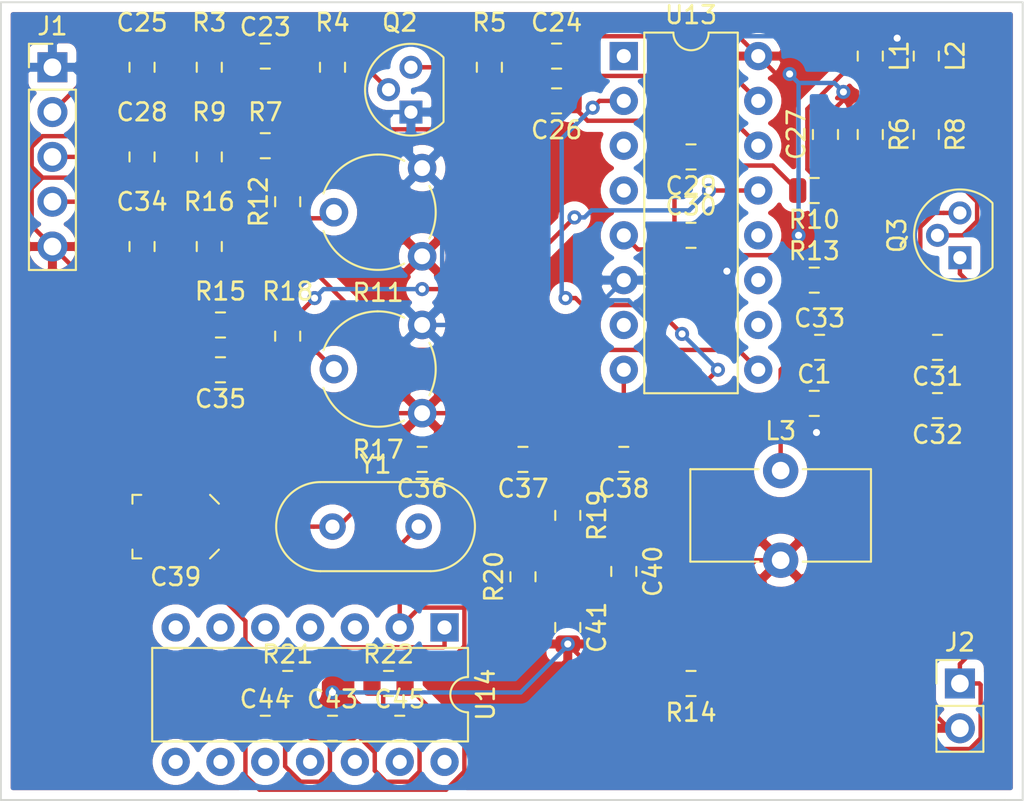
<source format=kicad_pcb>
(kicad_pcb (version 20171130) (host pcbnew "(5.1.5-0-10_14)")
  (layers (0 F.Cu signal) (31 B.Cu signal) (34 B.Paste user) (35 F.Paste user) (36 B.SilkS user) (37 F.SilkS user) (38 B.Mask user) (39 F.Mask user) (44 Edge.Cuts user))
  (net 0 "")
  (net 1 GND)
  (net 2 +5V)
  (net 3 "Net-(C23-Pad2)")
  (net 4 "Net-(C23-Pad1)")
  (net 5 "Net-(C24-Pad2)")
  (net 6 "Net-(C24-Pad1)")
  (net 7 "Net-(C26-Pad1)")
  (net 8 "Net-(C27-Pad1)")
  (net 9 "Net-(C28-Pad1)")
  (net 10 "Net-(C29-Pad2)")
  (net 11 "Net-(C29-Pad1)")
  (net 12 "Net-(C30-Pad2)")
  (net 13 "Net-(C31-Pad1)")
  (net 14 "Net-(C34-Pad1)")
  (net 15 "Net-(C35-Pad1)")
  (net 16 "Net-(C36-Pad2)")
  (net 17 "Net-(C36-Pad1)")
  (net 18 "Net-(C37-Pad1)")
  (net 19 "Net-(C38-Pad1)")
  (net 20 "Net-(C39-Pad2)")
  (net 21 "Net-(C40-Pad2)")
  (net 22 "Net-(C40-Pad1)")
  (net 23 "Net-(C44-Pad1)")
  (net 24 "Net-(C45-Pad1)")
  (net 25 "Net-(J2-Pad1)")
  (net 26 "Net-(Q3-Pad2)")
  (net 27 "Net-(R12-Pad2)")
  (net 28 "Net-(U13-Pad7)")
  (net 29 "Net-(U13-Pad4)")
  (net 30 "Net-(R11-Pad2)")
  (net 31 "Net-(R17-Pad2)")
  (module Package_DIP:DIP-16_W7.62mm (layer F.Cu) (at 146.05 76.2)
    (fp_text reference U13 (at 3.81 -2.33) (layer F.SilkS))
    (fp_text value TBA520)
    (pad 16 thru_hole oval (at 7.62 0) (size 1.6 1.6) (drill 0.8) (layers *.Cu *.Mask) (net 1 GND))
    (pad 8 thru_hole oval (at 0 17.78) (size 1.6 1.6) (drill 0.8) (layers *.Cu *.Mask) (net 22 "Net-(C40-Pad1)"))
    (pad 15 thru_hole oval (at 7.62 2.54) (size 1.6 1.6) (drill 0.8) (layers *.Cu *.Mask) (net 6 "Net-(C24-Pad1)"))
    (pad 7 thru_hole oval (at 0 15.24) (size 1.6 1.6) (drill 0.8) (layers *.Cu *.Mask) (net 28 "Net-(U13-Pad7)"))
    (pad 14 thru_hole oval (at 7.62 5.08) (size 1.6 1.6) (drill 0.8) (layers *.Cu *.Mask) (net 7 "Net-(C26-Pad1)"))
    (pad 6 thru_hole oval (at 0 12.7) (size 1.6 1.6) (drill 0.8) (layers *.Cu *.Mask) (net 2 +5V))
    (pad 13 thru_hole oval (at 7.62 7.62) (size 1.6 1.6) (drill 0.8) (layers *.Cu *.Mask) (net 15 "Net-(C35-Pad1)"))
    (pad 5 thru_hole oval (at 0 10.16) (size 1.6 1.6) (drill 0.8) (layers *.Cu *.Mask) (net 10 "Net-(C29-Pad2)"))
    (pad 12 thru_hole oval (at 7.62 10.16) (size 1.6 1.6) (drill 0.8) (layers *.Cu *.Mask))
    (pad 4 thru_hole oval (at 0 7.62) (size 1.6 1.6) (drill 0.8) (layers *.Cu *.Mask) (net 29 "Net-(U13-Pad4)"))
    (pad 11 thru_hole oval (at 7.62 12.7) (size 1.6 1.6) (drill 0.8) (layers *.Cu *.Mask))
    (pad 3 thru_hole oval (at 0 5.08) (size 1.6 1.6) (drill 0.8) (layers *.Cu *.Mask))
    (pad 10 thru_hole oval (at 7.62 15.24) (size 1.6 1.6) (drill 0.8) (layers *.Cu *.Mask))
    (pad 2 thru_hole oval (at 0 2.54) (size 1.6 1.6) (drill 0.8) (layers *.Cu *.Mask) (net 19 "Net-(C38-Pad1)"))
    (pad 9 thru_hole oval (at 7.62 17.78) (size 1.6 1.6) (drill 0.8) (layers *.Cu *.Mask) (net 27 "Net-(R12-Pad2)"))
    (pad 1 thru_hole rect (at 0 0) (size 1.6 1.6) (drill 0.8) (layers *.Cu *.Mask))
  )
  (module Connector_PinHeader_2.54mm:PinHeader_1x02_P2.54mm_Vertical (layer F.Cu) (at 165.1 111.76)
    (fp_text reference J2 (at 0 -2.33) (layer F.SilkS))
    (fp_text value "Composite Video")
    (pad 2 thru_hole oval (at 0 2.54) (size 1.7 1.7) (drill 1) (layers *.Cu *.Mask) (net 1 GND))
    (pad 1 thru_hole rect (at 0 0) (size 1.7 1.7) (drill 1) (layers *.Cu *.Mask) (net 25 "Net-(J2-Pad1)"))
  )
  (module Capacitor_SMD:C_Trimmer_Murata_TZC3 (layer F.Cu) (at 120.65 102.87 180)
    (fp_text reference C39 (at 0 -2.85) (layer F.SilkS))
    (fp_text value 6-50pF)
    (pad 2 smd rect (at 2.075 0 180) (size 0.85 1) (layers F.Cu F.Paste F.Mask) (net 20 "Net-(C39-Pad2)"))
    (pad 1 smd rect (at -2.075 0 180) (size 0.85 1) (layers F.Cu F.Paste F.Mask) (net 16 "Net-(C36-Pad2)"))
  )
  (module Inductor_THT:L_Toroid_Vertical_L10.0mm_W5.0mm_P5.08mm (layer F.Cu) (at 154.94 99.695)
    (fp_text reference L3 (at 0 -2.25) (layer F.SilkS))
    (fp_text value 1.35-2.25µH)
    (pad 2 thru_hole circle (at 0 5.08) (size 2 2) (drill 1) (layers *.Cu *.Mask) (net 1 GND))
    (pad 1 thru_hole circle (at 0 0) (size 2 2) (drill 1) (layers *.Cu *.Mask) (net 12 "Net-(C30-Pad2)"))
  )
  (module Package_TO_SOT_THT:TO-92 (layer F.Cu) (at 133.985 79.375 90)
    (fp_text reference Q2 (at 5.08 -0.635) (layer F.SilkS))
    (fp_text value 9015)
    (pad 1 thru_hole rect (at 0 0 180) (size 1.3 1.3) (drill 0.75) (layers *.Cu *.Mask) (net 2 +5V))
    (pad 3 thru_hole circle (at 2.54 0 180) (size 1.3 1.3) (drill 0.75) (layers *.Cu *.Mask) (net 5 "Net-(C24-Pad2)"))
    (pad 2 thru_hole circle (at 1.27 -1.27 180) (size 1.3 1.3) (drill 0.75) (layers *.Cu *.Mask) (net 3 "Net-(C23-Pad2)"))
  )
  (module Potentiometer_THT:Potentiometer_Piher_PT-6-V_Vertical (layer F.Cu) (at 134.62 91.44 180)
    (fp_text reference R17 (at 2.5 -7.06) (layer F.SilkS))
    (fp_text value 10k)
    (pad 1 thru_hole circle (at 0 0 180) (size 1.62 1.62) (drill 0.9) (layers *.Cu *.Mask) (net 2 +5V))
    (pad 2 thru_hole circle (at 5 -2.5 180) (size 1.62 1.62) (drill 0.9) (layers *.Cu *.Mask) (net 31 "Net-(R17-Pad2)"))
    (pad 3 thru_hole circle (at 0 -5 180) (size 1.62 1.62) (drill 0.9) (layers *.Cu *.Mask) (net 1 GND))
  )
  (module Potentiometer_THT:Potentiometer_Piher_PT-6-V_Vertical (layer F.Cu) (at 134.62 82.55 180)
    (fp_text reference R11 (at 2.5 -7.06) (layer F.SilkS))
    (fp_text value 10k)
    (pad 1 thru_hole circle (at 0 0 180) (size 1.62 1.62) (drill 0.9) (layers *.Cu *.Mask) (net 2 +5V))
    (pad 2 thru_hole circle (at 5 -2.5 180) (size 1.62 1.62) (drill 0.9) (layers *.Cu *.Mask) (net 30 "Net-(R11-Pad2)"))
    (pad 3 thru_hole circle (at 0 -5 180) (size 1.62 1.62) (drill 0.9) (layers *.Cu *.Mask) (net 1 GND))
  )
  (module Connector_PinHeader_2.54mm:PinHeader_1x05_P2.54mm_Vertical (layer F.Cu) (at 113.665 76.835)
    (fp_text reference J1 (at 0 -2.33) (layer F.SilkS))
    (fp_text value Input)
    (pad 5 thru_hole oval (at 0 10.16) (size 1.7 1.7) (drill 1) (layers *.Cu *.Mask) (net 1 GND))
    (pad 4 thru_hole oval (at 0 7.62) (size 1.7 1.7) (drill 1) (layers *.Cu *.Mask) (net 14 "Net-(C34-Pad1)"))
    (pad 3 thru_hole oval (at 0 5.08) (size 1.7 1.7) (drill 1) (layers *.Cu *.Mask) (net 9 "Net-(C28-Pad1)"))
    (pad 2 thru_hole oval (at 0 2.54) (size 1.7 1.7) (drill 1) (layers *.Cu *.Mask) (net 4 "Net-(C23-Pad1)"))
    (pad 1 thru_hole rect (at 0 0) (size 1.7 1.7) (drill 1) (layers *.Cu *.Mask) (net 2 +5V))
  )
  (module Package_DIP:DIP-14_W7.62mm (layer F.Cu) (at 135.89 108.585 270)
    (fp_text reference U14 (at 3.81 -2.33 90) (layer F.SilkS))
    (fp_text value 74LS04)
    (pad 14 thru_hole oval (at 7.62 0 270) (size 1.6 1.6) (drill 0.8) (layers *.Cu *.Mask))
    (pad 7 thru_hole oval (at 0 15.24 270) (size 1.6 1.6) (drill 0.8) (layers *.Cu *.Mask))
    (pad 13 thru_hole oval (at 7.62 2.54 270) (size 1.6 1.6) (drill 0.8) (layers *.Cu *.Mask))
    (pad 6 thru_hole oval (at 0 12.7 270) (size 1.6 1.6) (drill 0.8) (layers *.Cu *.Mask))
    (pad 12 thru_hole oval (at 7.62 5.08 270) (size 1.6 1.6) (drill 0.8) (layers *.Cu *.Mask))
    (pad 5 thru_hole oval (at 0 10.16 270) (size 1.6 1.6) (drill 0.8) (layers *.Cu *.Mask))
    (pad 11 thru_hole oval (at 7.62 7.62 270) (size 1.6 1.6) (drill 0.8) (layers *.Cu *.Mask))
    (pad 4 thru_hole oval (at 0 7.62 270) (size 1.6 1.6) (drill 0.8) (layers *.Cu *.Mask))
    (pad 10 thru_hole oval (at 7.62 10.16 270) (size 1.6 1.6) (drill 0.8) (layers *.Cu *.Mask))
    (pad 3 thru_hole oval (at 0 5.08 270) (size 1.6 1.6) (drill 0.8) (layers *.Cu *.Mask))
    (pad 9 thru_hole oval (at 7.62 12.7 270) (size 1.6 1.6) (drill 0.8) (layers *.Cu *.Mask))
    (pad 2 thru_hole oval (at 0 2.54 270) (size 1.6 1.6) (drill 0.8) (layers *.Cu *.Mask) (net 24 "Net-(C45-Pad1)"))
    (pad 8 thru_hole oval (at 7.62 15.24 270) (size 1.6 1.6) (drill 0.8) (layers *.Cu *.Mask))
    (pad 1 thru_hole rect (at 0 0 270) (size 1.6 1.6) (drill 0.8) (layers *.Cu *.Mask) (net 20 "Net-(C39-Pad2)"))
  )
  (module Crystal:Crystal_HC49-U_Vertical (layer F.Cu) (at 129.54 102.87)
    (fp_text reference Y1 (at 2.44 -3.525) (layer F.SilkS))
    (fp_text value "4.433618 Mhz")
    (pad 2 thru_hole circle (at 4.88 0) (size 1.5 1.5) (drill 0.8) (layers *.Cu *.Mask) (net 24 "Net-(C45-Pad1)"))
    (pad 1 thru_hole circle (at 0 0) (size 1.5 1.5) (drill 0.8) (layers *.Cu *.Mask) (net 16 "Net-(C36-Pad2)"))
  )
  (module Resistor_SMD:R_0805_2012Metric (layer F.Cu) (at 132.715 111.76)
    (fp_text reference R22 (at 0 -1.65) (layer F.SilkS))
    (fp_text value 560)
    (pad 2 smd roundrect (at 0.9375 0) (size 0.975 1.4) (layers F.Cu F.Paste F.Mask) (net 23 "Net-(C44-Pad1)"))
    (pad 1 smd roundrect (at -0.9375 0) (size 0.975 1.4) (layers F.Cu F.Paste F.Mask) (net 24 "Net-(C45-Pad1)"))
  )
  (module Resistor_SMD:R_0805_2012Metric (layer F.Cu) (at 127 111.76)
    (fp_text reference R21 (at 0 -1.65) (layer F.SilkS))
    (fp_text value 560)
    (pad 2 smd roundrect (at 0.9375 0) (size 0.975 1.4) (layers F.Cu F.Paste F.Mask) (net 20 "Net-(C39-Pad2)"))
    (pad 1 smd roundrect (at -0.9375 0) (size 0.975 1.4) (layers F.Cu F.Paste F.Mask) (net 23 "Net-(C44-Pad1)"))
  )
  (module Resistor_SMD:R_0805_2012Metric (layer F.Cu) (at 140.335 105.7125 90)
    (fp_text reference R20 (at 0 -1.65 90) (layer F.SilkS))
    (fp_text value 390)
    (pad 2 smd roundrect (at 0.9375 0 90) (size 0.975 1.4) (layers F.Cu F.Paste F.Mask) (net 17 "Net-(C36-Pad1)"))
    (pad 1 smd roundrect (at -0.9375 0 90) (size 0.975 1.4) (layers F.Cu F.Paste F.Mask) (net 21 "Net-(C40-Pad2)"))
  )
  (module Resistor_SMD:R_0805_2012Metric (layer F.Cu) (at 142.875 102.235 270)
    (fp_text reference R19 (at 0 -1.65 90) (layer F.SilkS))
    (fp_text value 390)
    (pad 2 smd roundrect (at 0.9375 0 270) (size 0.975 1.4) (layers F.Cu F.Paste F.Mask) (net 1 GND))
    (pad 1 smd roundrect (at -0.9375 0 270) (size 0.975 1.4) (layers F.Cu F.Paste F.Mask) (net 18 "Net-(C37-Pad1)"))
  )
  (module Resistor_SMD:R_0805_2012Metric (layer F.Cu) (at 127 92.075 90)
    (fp_text reference R18 (at 2.54 0 180) (layer F.SilkS))
    (fp_text value 2.2k)
    (pad 2 smd roundrect (at 0.9375 0 90) (size 0.975 1.4) (layers F.Cu F.Paste F.Mask) (net 15 "Net-(C35-Pad1)"))
    (pad 1 smd roundrect (at -0.9375 0 90) (size 0.975 1.4) (layers F.Cu F.Paste F.Mask) (net 31 "Net-(R17-Pad2)"))
  )
  (module Resistor_SMD:R_0805_2012Metric (layer F.Cu) (at 122.555 86.995 90)
    (fp_text reference R16 (at 2.54 0 180) (layer F.SilkS))
    (fp_text value 560)
    (pad 2 smd roundrect (at 0.9375 0 90) (size 0.975 1.4) (layers F.Cu F.Paste F.Mask) (net 1 GND))
    (pad 1 smd roundrect (at -0.9375 0 90) (size 0.975 1.4) (layers F.Cu F.Paste F.Mask) (net 14 "Net-(C34-Pad1)"))
  )
  (module Resistor_SMD:R_0805_2012Metric (layer F.Cu) (at 123.19 91.44 180)
    (fp_text reference R15 (at 0 1.905) (layer F.SilkS))
    (fp_text value 270)
    (pad 2 smd roundrect (at 0.9375 0 180) (size 0.975 1.4) (layers F.Cu F.Paste F.Mask) (net 14 "Net-(C34-Pad1)"))
    (pad 1 smd roundrect (at -0.9375 0 180) (size 0.975 1.4) (layers F.Cu F.Paste F.Mask) (net 15 "Net-(C35-Pad1)"))
  )
  (module Resistor_SMD:R_0805_2012Metric (layer F.Cu) (at 149.86 111.76 180)
    (fp_text reference R14 (at 0 -1.65) (layer F.SilkS))
    (fp_text value 220)
    (pad 2 smd roundrect (at 0.9375 0 180) (size 0.975 1.4) (layers F.Cu F.Paste F.Mask) (net 1 GND))
    (pad 1 smd roundrect (at -0.9375 0 180) (size 0.975 1.4) (layers F.Cu F.Paste F.Mask) (net 25 "Net-(J2-Pad1)"))
  )
  (module Resistor_SMD:R_0805_2012Metric (layer F.Cu) (at 156.845 88.9)
    (fp_text reference R13 (at 0 -1.65) (layer F.SilkS))
    (fp_text value 2.2k)
    (pad 2 smd roundrect (at 0.9375 0) (size 0.975 1.4) (layers F.Cu F.Paste F.Mask) (net 1 GND))
    (pad 1 smd roundrect (at -0.9375 0) (size 0.975 1.4) (layers F.Cu F.Paste F.Mask) (net 12 "Net-(C30-Pad2)"))
  )
  (module Resistor_SMD:R_0805_2012Metric (layer F.Cu) (at 127 84.455 90)
    (fp_text reference R12 (at 0 -1.65 90) (layer F.SilkS))
    (fp_text value 2.2k)
    (pad 2 smd roundrect (at 0.9375 0 90) (size 0.975 1.4) (layers F.Cu F.Paste F.Mask) (net 27 "Net-(R12-Pad2)"))
    (pad 1 smd roundrect (at -0.9375 0 90) (size 0.975 1.4) (layers F.Cu F.Paste F.Mask) (net 30 "Net-(R11-Pad2)"))
  )
  (module Resistor_SMD:R_0805_2012Metric (layer F.Cu) (at 156.845 83.82 180)
    (fp_text reference R10 (at 0 -1.65) (layer F.SilkS))
    (fp_text value 560)
    (pad 2 smd roundrect (at 0.9375 0 180) (size 0.975 1.4) (layers F.Cu F.Paste F.Mask) (net 11 "Net-(C29-Pad1)"))
    (pad 1 smd roundrect (at -0.9375 0 180) (size 0.975 1.4) (layers F.Cu F.Paste F.Mask) (net 26 "Net-(Q3-Pad2)"))
  )
  (module Resistor_SMD:R_0805_2012Metric (layer F.Cu) (at 122.555 81.915 270)
    (fp_text reference R9 (at -2.54 0 180) (layer F.SilkS))
    (fp_text value 560)
    (pad 2 smd roundrect (at 0.9375 0 270) (size 0.975 1.4) (layers F.Cu F.Paste F.Mask) (net 1 GND))
    (pad 1 smd roundrect (at -0.9375 0 270) (size 0.975 1.4) (layers F.Cu F.Paste F.Mask) (net 9 "Net-(C28-Pad1)"))
  )
  (module Resistor_SMD:R_0805_2012Metric (layer F.Cu) (at 163.195 80.645 270)
    (fp_text reference R8 (at 0 -1.65 90) (layer F.SilkS))
    (fp_text value 5.6k)
    (pad 2 smd roundrect (at 0.9375 0 270) (size 0.975 1.4) (layers F.Cu F.Paste F.Mask) (net 26 "Net-(Q3-Pad2)"))
    (pad 1 smd roundrect (at -0.9375 0 270) (size 0.975 1.4) (layers F.Cu F.Paste F.Mask) (net 13 "Net-(C31-Pad1)"))
  )
  (module Resistor_SMD:R_0805_2012Metric (layer F.Cu) (at 125.73 81.28 180)
    (fp_text reference R7 (at 0 1.905) (layer F.SilkS))
    (fp_text value 820)
    (pad 2 smd roundrect (at 0.9375 0 180) (size 0.975 1.4) (layers F.Cu F.Paste F.Mask) (net 9 "Net-(C28-Pad1)"))
    (pad 1 smd roundrect (at -0.9375 0 180) (size 0.975 1.4) (layers F.Cu F.Paste F.Mask) (net 27 "Net-(R12-Pad2)"))
  )
  (module Resistor_SMD:R_0805_2012Metric (layer F.Cu) (at 160.02 80.645 270)
    (fp_text reference R6 (at 0 -1.65 90) (layer F.SilkS))
    (fp_text value 2.7k)
    (pad 2 smd roundrect (at 0.9375 0 270) (size 0.975 1.4) (layers F.Cu F.Paste F.Mask) (net 26 "Net-(Q3-Pad2)"))
    (pad 1 smd roundrect (at -0.9375 0 270) (size 0.975 1.4) (layers F.Cu F.Paste F.Mask) (net 8 "Net-(C27-Pad1)"))
  )
  (module Resistor_SMD:R_0805_2012Metric (layer F.Cu) (at 138.43 76.835 270)
    (fp_text reference R5 (at -2.54 0 180) (layer F.SilkS))
    (fp_text value 680)
    (pad 2 smd roundrect (at 0.9375 0 270) (size 0.975 1.4) (layers F.Cu F.Paste F.Mask) (net 1 GND))
    (pad 1 smd roundrect (at -0.9375 0 270) (size 0.975 1.4) (layers F.Cu F.Paste F.Mask) (net 5 "Net-(C24-Pad2)"))
  )
  (module Resistor_SMD:R_0805_2012Metric (layer F.Cu) (at 129.54 76.835 270)
    (fp_text reference R4 (at -2.54 0 180) (layer F.SilkS))
    (fp_text value 47k)
    (pad 2 smd roundrect (at 0.9375 0 270) (size 0.975 1.4) (layers F.Cu F.Paste F.Mask) (net 1 GND))
    (pad 1 smd roundrect (at -0.9375 0 270) (size 0.975 1.4) (layers F.Cu F.Paste F.Mask) (net 3 "Net-(C23-Pad2)"))
  )
  (module Resistor_SMD:R_0805_2012Metric (layer F.Cu) (at 122.555 76.835 270)
    (fp_text reference R3 (at -2.54 0 180) (layer F.SilkS))
    (fp_text value 560)
    (pad 2 smd roundrect (at 0.9375 0 270) (size 0.975 1.4) (layers F.Cu F.Paste F.Mask) (net 1 GND))
    (pad 1 smd roundrect (at -0.9375 0 270) (size 0.975 1.4) (layers F.Cu F.Paste F.Mask) (net 4 "Net-(C23-Pad1)"))
  )
  (module Package_TO_SOT_THT:TO-92 (layer F.Cu) (at 165.1 87.63 90)
    (fp_text reference Q3 (at 1.27 -3.56 90) (layer F.SilkS))
    (fp_text value 9014)
    (pad 1 thru_hole rect (at 0 0 180) (size 1.3 1.3) (drill 0.75) (layers *.Cu *.Mask) (net 25 "Net-(J2-Pad1)"))
    (pad 3 thru_hole circle (at 2.54 0 180) (size 1.3 1.3) (drill 0.75) (layers *.Cu *.Mask) (net 13 "Net-(C31-Pad1)"))
    (pad 2 thru_hole circle (at 1.27 -1.27 180) (size 1.3 1.3) (drill 0.75) (layers *.Cu *.Mask) (net 26 "Net-(Q3-Pad2)"))
  )
  (module Inductor_SMD:L_0805_2012Metric (layer F.Cu) (at 163.195 76.2 270)
    (fp_text reference L2 (at 0 -1.65 90) (layer F.SilkS))
    (fp_text value 3.9µH)
    (pad 2 smd roundrect (at 0.9375 0 270) (size 0.975 1.4) (layers F.Cu F.Paste F.Mask) (net 13 "Net-(C31-Pad1)"))
    (pad 1 smd roundrect (at -0.9375 0 270) (size 0.975 1.4) (layers F.Cu F.Paste F.Mask) (net 2 +5V))
  )
  (module Inductor_SMD:L_0805_2012Metric (layer F.Cu) (at 160.02 76.2 270)
    (fp_text reference L1 (at 0 -1.65 90) (layer F.SilkS))
    (fp_text value 3.9µH)
    (pad 2 smd roundrect (at 0.9375 0 270) (size 0.975 1.4) (layers F.Cu F.Paste F.Mask) (net 8 "Net-(C27-Pad1)"))
    (pad 1 smd roundrect (at -0.9375 0 270) (size 0.975 1.4) (layers F.Cu F.Paste F.Mask) (net 4 "Net-(C23-Pad1)"))
  )
  (module Capacitor_SMD:C_0805_2012Metric (layer F.Cu) (at 133.35 114.3)
    (fp_text reference C45 (at 0 -1.65) (layer F.SilkS))
    (fp_text value 1nF)
    (pad 2 smd roundrect (at 0.9375 0) (size 0.975 1.4) (layers F.Cu F.Paste F.Mask) (net 1 GND))
    (pad 1 smd roundrect (at -0.9375 0) (size 0.975 1.4) (layers F.Cu F.Paste F.Mask) (net 24 "Net-(C45-Pad1)"))
  )
  (module Capacitor_SMD:C_0805_2012Metric (layer F.Cu) (at 125.73 114.3)
    (fp_text reference C44 (at 0 -1.65) (layer F.SilkS))
    (fp_text value 10uF)
    (pad 2 smd roundrect (at 0.9375 0) (size 0.975 1.4) (layers F.Cu F.Paste F.Mask) (net 1 GND))
    (pad 1 smd roundrect (at -0.9375 0) (size 0.975 1.4) (layers F.Cu F.Paste F.Mask) (net 23 "Net-(C44-Pad1)"))
  )
  (module Capacitor_SMD:C_0805_2012Metric (layer F.Cu) (at 129.54 114.3)
    (fp_text reference C43 (at 0 -1.65) (layer F.SilkS))
    (fp_text value 390pF)
    (pad 2 smd roundrect (at 0.9375 0) (size 0.975 1.4) (layers F.Cu F.Paste F.Mask) (net 1 GND))
    (pad 1 smd roundrect (at -0.9375 0) (size 0.975 1.4) (layers F.Cu F.Paste F.Mask) (net 20 "Net-(C39-Pad2)"))
  )
  (module Capacitor_SMD:C_0805_2012Metric (layer F.Cu) (at 142.875 108.585 270)
    (fp_text reference C41 (at 0 -1.65 90) (layer F.SilkS))
    (fp_text value 100pF)
    (pad 2 smd roundrect (at 0.9375 0 270) (size 0.975 1.4) (layers F.Cu F.Paste F.Mask) (net 1 GND))
    (pad 1 smd roundrect (at -0.9375 0 270) (size 0.975 1.4) (layers F.Cu F.Paste F.Mask) (net 21 "Net-(C40-Pad2)"))
  )
  (module Capacitor_SMD:C_0805_2012Metric (layer F.Cu) (at 146.05 105.41 270)
    (fp_text reference C40 (at 0 -1.65 90) (layer F.SilkS))
    (fp_text value 680pF)
    (pad 2 smd roundrect (at 0.9375 0 270) (size 0.975 1.4) (layers F.Cu F.Paste F.Mask) (net 21 "Net-(C40-Pad2)"))
    (pad 1 smd roundrect (at -0.9375 0 270) (size 0.975 1.4) (layers F.Cu F.Paste F.Mask) (net 22 "Net-(C40-Pad1)"))
  )
  (module Capacitor_SMD:C_0805_2012Metric (layer F.Cu) (at 146.05 99.06 180)
    (fp_text reference C38 (at 0 -1.65) (layer F.SilkS))
    (fp_text value 680pF)
    (pad 2 smd roundrect (at 0.9375 0 180) (size 0.975 1.4) (layers F.Cu F.Paste F.Mask) (net 18 "Net-(C37-Pad1)"))
    (pad 1 smd roundrect (at -0.9375 0 180) (size 0.975 1.4) (layers F.Cu F.Paste F.Mask) (net 19 "Net-(C38-Pad1)"))
  )
  (module Capacitor_SMD:C_0805_2012Metric (layer F.Cu) (at 140.335 99.06 180)
    (fp_text reference C37 (at 0 -1.65) (layer F.SilkS))
    (fp_text value 100pF)
    (pad 2 smd roundrect (at 0.9375 0 180) (size 0.975 1.4) (layers F.Cu F.Paste F.Mask) (net 17 "Net-(C36-Pad1)"))
    (pad 1 smd roundrect (at -0.9375 0 180) (size 0.975 1.4) (layers F.Cu F.Paste F.Mask) (net 18 "Net-(C37-Pad1)"))
  )
  (module Capacitor_SMD:C_0805_2012Metric (layer F.Cu) (at 134.62 99.06 180)
    (fp_text reference C36 (at 0 -1.65) (layer F.SilkS))
    (fp_text value 7pF)
    (pad 2 smd roundrect (at 0.9375 0 180) (size 0.975 1.4) (layers F.Cu F.Paste F.Mask) (net 16 "Net-(C36-Pad2)"))
    (pad 1 smd roundrect (at -0.9375 0 180) (size 0.975 1.4) (layers F.Cu F.Paste F.Mask) (net 17 "Net-(C36-Pad1)"))
  )
  (module Capacitor_SMD:C_0805_2012Metric (layer F.Cu) (at 123.19 93.98 180)
    (fp_text reference C35 (at 0 -1.65) (layer F.SilkS))
    (fp_text value 100pF)
    (pad 2 smd roundrect (at 0.9375 0 180) (size 0.975 1.4) (layers F.Cu F.Paste F.Mask) (net 14 "Net-(C34-Pad1)"))
    (pad 1 smd roundrect (at -0.9375 0 180) (size 0.975 1.4) (layers F.Cu F.Paste F.Mask) (net 15 "Net-(C35-Pad1)"))
  )
  (module Capacitor_SMD:C_0805_2012Metric (layer F.Cu) (at 118.745 86.995 90)
    (fp_text reference C34 (at 2.54 0 180) (layer F.SilkS))
    (fp_text value 1nF)
    (pad 2 smd roundrect (at 0.9375 0 90) (size 0.975 1.4) (layers F.Cu F.Paste F.Mask) (net 1 GND))
    (pad 1 smd roundrect (at -0.9375 0 90) (size 0.975 1.4) (layers F.Cu F.Paste F.Mask) (net 14 "Net-(C34-Pad1)"))
  )
  (module Capacitor_SMD:C_0805_2012Metric (layer F.Cu) (at 157.1475 92.71)
    (fp_text reference C33 (at 0 -1.65) (layer F.SilkS))
    (fp_text value 56pF)
    (pad 2 smd roundrect (at 0.9375 0) (size 0.975 1.4) (layers F.Cu F.Paste F.Mask) (net 1 GND))
    (pad 1 smd roundrect (at -0.9375 0) (size 0.975 1.4) (layers F.Cu F.Paste F.Mask) (net 12 "Net-(C30-Pad2)"))
  )
  (module Capacitor_SMD:C_0805_2012Metric (layer F.Cu) (at 163.83 96.012 180)
    (fp_text reference C32 (at 0 -1.65) (layer F.SilkS))
    (fp_text value 100µF)
    (pad 2 smd roundrect (at 0.9375 0 180) (size 0.975 1.4) (layers F.Cu F.Paste F.Mask) (net 1 GND))
    (pad 1 smd roundrect (at -0.9375 0 180) (size 0.975 1.4) (layers F.Cu F.Paste F.Mask) (net 13 "Net-(C31-Pad1)"))
  )
  (module Capacitor_SMD:C_0805_2012Metric (layer F.Cu) (at 163.83 92.71 180)
    (fp_text reference C31 (at 0 -1.65) (layer F.SilkS))
    (fp_text value 47pF)
    (pad 2 smd roundrect (at 0.9375 0 180) (size 0.975 1.4) (layers F.Cu F.Paste F.Mask) (net 1 GND))
    (pad 1 smd roundrect (at -0.9375 0 180) (size 0.975 1.4) (layers F.Cu F.Paste F.Mask) (net 13 "Net-(C31-Pad1)"))
  )
  (module Capacitor_SMD:C_0805_2012Metric (layer F.Cu) (at 149.86 86.36)
    (fp_text reference C30 (at 0 -1.65) (layer F.SilkS))
    (fp_text value 1nF)
    (pad 2 smd roundrect (at 0.9375 0) (size 0.975 1.4) (layers F.Cu F.Paste F.Mask) (net 12 "Net-(C30-Pad2)"))
    (pad 1 smd roundrect (at -0.9375 0) (size 0.975 1.4) (layers F.Cu F.Paste F.Mask) (net 10 "Net-(C29-Pad2)"))
  )
  (module Capacitor_SMD:C_0805_2012Metric (layer F.Cu) (at 149.86 81.915 180)
    (fp_text reference C29 (at 0 -1.65) (layer F.SilkS))
    (fp_text value 13pF)
    (pad 2 smd roundrect (at 0.9375 0 180) (size 0.975 1.4) (layers F.Cu F.Paste F.Mask) (net 10 "Net-(C29-Pad2)"))
    (pad 1 smd roundrect (at -0.9375 0 180) (size 0.975 1.4) (layers F.Cu F.Paste F.Mask) (net 11 "Net-(C29-Pad1)"))
  )
  (module Capacitor_SMD:C_0805_2012Metric (layer F.Cu) (at 118.745 81.915 270)
    (fp_text reference C28 (at -2.54 0 180) (layer F.SilkS))
    (fp_text value 1nF)
    (pad 2 smd roundrect (at 0.9375 0 270) (size 0.975 1.4) (layers F.Cu F.Paste F.Mask) (net 1 GND))
    (pad 1 smd roundrect (at -0.9375 0 270) (size 0.975 1.4) (layers F.Cu F.Paste F.Mask) (net 9 "Net-(C28-Pad1)"))
  )
  (module Capacitor_SMD:C_0805_2012Metric (layer F.Cu) (at 157.48 80.645 90)
    (fp_text reference C27 (at 0 -1.65 90) (layer F.SilkS))
    (fp_text value 150pF)
    (pad 2 smd roundrect (at 0.9375 0 90) (size 0.975 1.4) (layers F.Cu F.Paste F.Mask) (net 1 GND))
    (pad 1 smd roundrect (at -0.9375 0 90) (size 0.975 1.4) (layers F.Cu F.Paste F.Mask) (net 8 "Net-(C27-Pad1)"))
  )
  (module Capacitor_SMD:C_0805_2012Metric (layer F.Cu) (at 142.24 78.74 180)
    (fp_text reference C26 (at 0 -1.65) (layer F.SilkS))
    (fp_text value 10pF)
    (pad 2 smd roundrect (at 0.9375 0 180) (size 0.975 1.4) (layers F.Cu F.Paste F.Mask) (net 5 "Net-(C24-Pad2)"))
    (pad 1 smd roundrect (at -0.9375 0 180) (size 0.975 1.4) (layers F.Cu F.Paste F.Mask) (net 7 "Net-(C26-Pad1)"))
  )
  (module Capacitor_SMD:C_0805_2012Metric (layer F.Cu) (at 118.745 76.835 270)
    (fp_text reference C25 (at -2.54 0 180) (layer F.SilkS))
    (fp_text value 1nF)
    (pad 2 smd roundrect (at 0.9375 0 270) (size 0.975 1.4) (layers F.Cu F.Paste F.Mask) (net 1 GND))
    (pad 1 smd roundrect (at -0.9375 0 270) (size 0.975 1.4) (layers F.Cu F.Paste F.Mask) (net 4 "Net-(C23-Pad1)"))
  )
  (module Capacitor_SMD:C_0805_2012Metric (layer F.Cu) (at 142.24 76.2 180)
    (fp_text reference C24 (at 0 1.905) (layer F.SilkS))
    (fp_text value 10pF)
    (pad 2 smd roundrect (at 0.9375 0 180) (size 0.975 1.4) (layers F.Cu F.Paste F.Mask) (net 5 "Net-(C24-Pad2)"))
    (pad 1 smd roundrect (at -0.9375 0 180) (size 0.975 1.4) (layers F.Cu F.Paste F.Mask) (net 6 "Net-(C24-Pad1)"))
  )
  (module Capacitor_SMD:C_0805_2012Metric (layer F.Cu) (at 125.73 76.2)
    (fp_text reference C23 (at 0 -1.65) (layer F.SilkS))
    (fp_text value 10uF)
    (pad 2 smd roundrect (at 0.9375 0) (size 0.975 1.4) (layers F.Cu F.Paste F.Mask) (net 3 "Net-(C23-Pad2)"))
    (pad 1 smd roundrect (at -0.9375 0) (size 0.975 1.4) (layers F.Cu F.Paste F.Mask) (net 4 "Net-(C23-Pad1)"))
  )
  (module Capacitor_SMD:C_0805_2012Metric (layer F.Cu) (at 156.845 95.885)
    (fp_text reference C1 (at 0 -1.65) (layer F.SilkS))
    (fp_text value 100nF)
    (pad 2 smd roundrect (at 0.9375 0) (size 0.975 1.4) (layers F.Cu F.Paste F.Mask) (net 1 GND))
    (pad 1 smd roundrect (at -0.9375 0) (size 0.975 1.4) (layers F.Cu F.Paste F.Mask) (net 2 +5V))
  )
  (gr_line (start 168.656 118.364) (end 167.64 118.364) (layer Edge.Cuts) (width 0.1))
  (gr_line (start 168.656 73.152) (end 168.656 118.364) (layer Edge.Cuts) (width 0.1))
  (gr_line (start 110.744 118.364) (end 167.64 118.364) (layer Edge.Cuts) (width 0.1))
  (gr_line (start 110.744 73.152) (end 110.744 118.364) (layer Edge.Cuts) (width 0.1))
  (gr_line (start 168.656 73.152) (end 110.744 73.152) (layer Edge.Cuts) (width 0.1))
  (segment (start 152.870001 75.400001) (end 153.67 76.2) (width 0.25) (layer F.Cu) (net 1))
  (segment (start 152.544999 75.074999) (end 152.870001 75.400001) (width 0.25) (layer F.Cu) (net 1))
  (segment (start 142.798151 75.074999) (end 152.544999 75.074999) (width 0.25) (layer F.Cu) (net 1))
  (segment (start 142.36499 75.50816) (end 142.798151 75.074999) (width 0.25) (layer F.Cu) (net 1))
  (segment (start 141.78184 79.76501) (end 142.36499 79.18186) (width 0.25) (layer F.Cu) (net 1))
  (segment (start 140.42251 79.76501) (end 141.78184 79.76501) (width 0.25) (layer F.Cu) (net 1))
  (segment (start 142.36499 79.18186) (end 142.36499 75.50816) (width 0.25) (layer F.Cu) (net 1))
  (segment (start 138.43 77.7725) (end 140.42251 79.76501) (width 0.25) (layer F.Cu) (net 1))
  (segment (start 129.54 77.7725) (end 122.555 77.7725) (width 0.25) (layer F.Cu) (net 1))
  (segment (start 122.555 77.7725) (end 118.745 77.7725) (width 0.25) (layer F.Cu) (net 1))
  (segment (start 118.045 82.8525) (end 118.745 82.8525) (width 0.25) (layer F.Cu) (net 1))
  (segment (start 117.807499 83.090001) (end 118.045 82.8525) (width 0.25) (layer F.Cu) (net 1))
  (segment (start 113.100999 83.090001) (end 117.807499 83.090001) (width 0.25) (layer F.Cu) (net 1))
  (segment (start 112.489999 82.479001) (end 113.100999 83.090001) (width 0.25) (layer F.Cu) (net 1))
  (segment (start 112.489999 81.350999) (end 112.489999 82.479001) (width 0.25) (layer F.Cu) (net 1))
  (segment (start 113.100999 80.739999) (end 112.489999 81.350999) (width 0.25) (layer F.Cu) (net 1))
  (segment (start 115.777501 80.739999) (end 113.100999 80.739999) (width 0.25) (layer F.Cu) (net 1))
  (segment (start 118.745 77.7725) (end 115.777501 80.739999) (width 0.25) (layer F.Cu) (net 1))
  (segment (start 118.745 82.8525) (end 122.555 82.8525) (width 0.25) (layer F.Cu) (net 1))
  (segment (start 112.489999 85.819999) (end 112.489999 83.701001) (width 0.25) (layer F.Cu) (net 1))
  (segment (start 112.489999 83.701001) (end 113.100999 83.090001) (width 0.25) (layer F.Cu) (net 1))
  (segment (start 113.665 86.995) (end 112.489999 85.819999) (width 0.25) (layer F.Cu) (net 1))
  (segment (start 134.62 87.55) (end 134.54 87.55) (width 0.25) (layer F.Cu) (net 1))
  (segment (start 138.43 83.66) (end 138.43 79.375) (width 0.25) (layer F.Cu) (net 1))
  (segment (start 134.54 87.55) (end 138.43 83.66) (width 0.25) (layer F.Cu) (net 1))
  (segment (start 130.025527 78.258027) (end 129.54 77.7725) (width 0.25) (layer F.Cu) (net 1))
  (segment (start 132.117501 80.350001) (end 130.025527 78.258027) (width 0.25) (layer F.Cu) (net 1))
  (segment (start 137.454999 80.350001) (end 132.117501 80.350001) (width 0.25) (layer F.Cu) (net 1))
  (segment (start 138.43 79.375) (end 137.454999 80.350001) (width 0.25) (layer F.Cu) (net 1))
  (segment (start 118.745 82.8525) (end 118.745 86.0575) (width 0.25) (layer F.Cu) (net 1))
  (segment (start 122.555 82.8525) (end 122.555 86.0575) (width 0.25) (layer F.Cu) (net 1))
  (segment (start 134.62 96.44) (end 134.62 96.52) (width 0.25) (layer F.Cu) (net 1))
  (segment (start 138.43 77.7725) (end 138.43 79.375) (width 0.25) (layer F.Cu) (net 1))
  (segment (start 123.11 96.44) (end 113.665 86.995) (width 0.25) (layer F.Cu) (net 1))
  (segment (start 134.62 96.44) (end 123.11 96.44) (width 0.25) (layer F.Cu) (net 1))
  (segment (start 130.963027 114.785527) (end 130.4775 114.3) (width 0.25) (layer F.Cu) (net 1))
  (segment (start 131.055529 114.785527) (end 130.963027 114.785527) (width 0.25) (layer F.Cu) (net 1))
  (segment (start 131.935001 115.664999) (end 131.055529 114.785527) (width 0.25) (layer F.Cu) (net 1))
  (segment (start 131.935001 116.695001) (end 131.935001 115.664999) (width 0.25) (layer F.Cu) (net 1))
  (segment (start 132.570001 117.330001) (end 131.935001 116.695001) (width 0.25) (layer F.Cu) (net 1))
  (segment (start 134.475001 116.745001) (end 133.890001 117.330001) (width 0.25) (layer F.Cu) (net 1))
  (segment (start 134.475001 114.487501) (end 134.475001 116.745001) (width 0.25) (layer F.Cu) (net 1))
  (segment (start 133.890001 117.330001) (end 132.570001 117.330001) (width 0.25) (layer F.Cu) (net 1))
  (segment (start 134.2875 114.3) (end 134.475001 114.487501) (width 0.25) (layer F.Cu) (net 1))
  (segment (start 126.6675 115) (end 126.6675 114.3) (width 0.25) (layer F.Cu) (net 1))
  (segment (start 126.855001 115.187501) (end 126.6675 115) (width 0.25) (layer F.Cu) (net 1))
  (segment (start 126.855001 116.455003) (end 126.855001 115.187501) (width 0.25) (layer F.Cu) (net 1))
  (segment (start 127.729999 117.330001) (end 126.855001 116.455003) (width 0.25) (layer F.Cu) (net 1))
  (segment (start 128.810001 117.330001) (end 127.729999 117.330001) (width 0.25) (layer F.Cu) (net 1))
  (segment (start 129.395001 115.382499) (end 129.395001 116.745001) (width 0.25) (layer F.Cu) (net 1))
  (segment (start 129.395001 116.745001) (end 128.810001 117.330001) (width 0.25) (layer F.Cu) (net 1))
  (segment (start 130.4775 114.3) (end 129.395001 115.382499) (width 0.25) (layer F.Cu) (net 1))
  (segment (start 142.389473 102.686973) (end 142.875 103.1725) (width 0.25) (layer F.Cu) (net 1))
  (segment (start 140.45999 100.75749) (end 142.389473 102.686973) (width 0.25) (layer F.Cu) (net 1))
  (segment (start 140.45999 98.61814) (end 140.45999 100.75749) (width 0.25) (layer F.Cu) (net 1))
  (segment (start 138.28185 96.44) (end 140.45999 98.61814) (width 0.25) (layer F.Cu) (net 1))
  (segment (start 134.62 96.44) (end 138.28185 96.44) (width 0.25) (layer F.Cu) (net 1))
  (segment (start 143.575 109.5225) (end 142.875 109.5225) (width 0.25) (layer F.Cu) (net 1))
  (segment (start 144.37935 109.5225) (end 143.575 109.5225) (width 0.25) (layer F.Cu) (net 1))
  (segment (start 147.07501 106.82684) (end 144.37935 109.5225) (width 0.25) (layer F.Cu) (net 1))
  (segment (start 147.07501 105.86816) (end 147.07501 106.82684) (width 0.25) (layer F.Cu) (net 1))
  (segment (start 146.49186 105.28501) (end 147.07501 105.86816) (width 0.25) (layer F.Cu) (net 1))
  (segment (start 144.98751 105.28501) (end 146.49186 105.28501) (width 0.25) (layer F.Cu) (net 1))
  (segment (start 142.875 103.1725) (end 144.98751 105.28501) (width 0.25) (layer F.Cu) (net 1))
  (segment (start 145.1125 111.76) (end 142.875 109.5225) (width 0.25) (layer F.Cu) (net 1))
  (segment (start 148.9225 111.76) (end 145.1125 111.76) (width 0.25) (layer F.Cu) (net 1))
  (segment (start 148.9225 109.378287) (end 148.9225 111.06) (width 0.25) (layer F.Cu) (net 1))
  (segment (start 153.525787 104.775) (end 148.9225 109.378287) (width 0.25) (layer F.Cu) (net 1))
  (segment (start 148.9225 111.06) (end 148.9225 111.76) (width 0.25) (layer F.Cu) (net 1))
  (segment (start 154.94 104.775) (end 153.525787 104.775) (width 0.25) (layer F.Cu) (net 1))
  (segment (start 164.465 114.3) (end 165.1 114.3) (width 0.25) (layer F.Cu) (net 1))
  (segment (start 154.94 104.775) (end 164.465 114.3) (width 0.25) (layer F.Cu) (net 1))
  (segment (start 162.406973 93.195527) (end 162.8925 92.71) (width 0.25) (layer F.Cu) (net 1))
  (segment (start 162.406973 95.526473) (end 162.406973 93.195527) (width 0.25) (layer F.Cu) (net 1))
  (segment (start 162.8925 96.012) (end 162.406973 95.526473) (width 0.25) (layer F.Cu) (net 1))
  (segment (start 158.085 92.71) (end 162.8925 92.71) (width 0.25) (layer F.Cu) (net 1))
  (via (at 129.54 112.268) (size 0.8) (drill 0.4) (layers F.Cu B.Cu) (net 1))
  (segment (start 130.4775 113.2055) (end 129.54 112.268) (width 0.25) (layer F.Cu) (net 1))
  (segment (start 130.4775 114.3) (end 130.4775 113.2055) (width 0.25) (layer F.Cu) (net 1))
  (segment (start 142.875 109.601) (end 142.875 109.5225) (width 0.25) (layer B.Cu) (net 1))
  (segment (start 140.208 112.268) (end 142.875 109.601) (width 0.25) (layer B.Cu) (net 1))
  (segment (start 129.54 112.268) (end 140.208 112.268) (width 0.25) (layer B.Cu) (net 1))
  (via (at 142.875 109.5225) (size 0.8) (drill 0.4) (layers F.Cu B.Cu) (net 1))
  (segment (start 158.085 88.489) (end 155.956 86.36) (width 0.25) (layer F.Cu) (net 1))
  (via (at 155.956 86.36) (size 0.8) (drill 0.4) (layers F.Cu B.Cu) (net 1))
  (segment (start 158.085 92.71) (end 158.085 88.489) (width 0.25) (layer F.Cu) (net 1))
  (segment (start 155.956 86.36) (end 155.956 80.772) (width 0.25) (layer B.Cu) (net 1))
  (via (at 155.448 77.216) (size 0.8) (drill 0.4) (layers F.Cu B.Cu) (net 1))
  (segment (start 155.956 77.724) (end 155.448 77.216) (width 0.25) (layer B.Cu) (net 1))
  (segment (start 155.956 80.772) (end 155.956 77.724) (width 0.25) (layer B.Cu) (net 1))
  (segment (start 154.686 77.216) (end 153.67 76.2) (width 0.25) (layer F.Cu) (net 1))
  (segment (start 155.448 77.216) (end 154.686 77.216) (width 0.25) (layer F.Cu) (net 1))
  (via (at 158.496 78.232) (size 0.8) (drill 0.4) (layers F.Cu B.Cu) (net 1))
  (segment (start 157.988 77.724) (end 158.496 78.232) (width 0.25) (layer B.Cu) (net 1))
  (segment (start 155.956 77.724) (end 157.988 77.724) (width 0.25) (layer B.Cu) (net 1))
  (segment (start 158.496 78.6915) (end 157.48 79.7075) (width 0.25) (layer F.Cu) (net 1))
  (segment (start 158.496 78.232) (end 158.496 78.6915) (width 0.25) (layer F.Cu) (net 1))
  (segment (start 133.085 79.375) (end 133.985 79.375) (width 0.25) (layer B.Cu) (net 2))
  (segment (start 117.305 79.375) (end 133.085 79.375) (width 0.25) (layer B.Cu) (net 2))
  (segment (start 114.765 76.835) (end 117.305 79.375) (width 0.25) (layer B.Cu) (net 2))
  (segment (start 113.665 76.835) (end 114.765 76.835) (width 0.25) (layer B.Cu) (net 2))
  (segment (start 133.985 81.915) (end 134.62 82.55) (width 0.25) (layer B.Cu) (net 2))
  (segment (start 133.985 79.375) (end 133.985 81.915) (width 0.25) (layer B.Cu) (net 2))
  (segment (start 135.429999 90.630001) (end 134.62 91.44) (width 0.25) (layer B.Cu) (net 2))
  (segment (start 135.755001 83.685001) (end 135.755001 90.304999) (width 0.25) (layer B.Cu) (net 2))
  (segment (start 135.755001 90.304999) (end 135.429999 90.630001) (width 0.25) (layer B.Cu) (net 2))
  (segment (start 134.62 82.55) (end 135.755001 83.685001) (width 0.25) (layer B.Cu) (net 2))
  (segment (start 134.62 91.44) (end 143.51 91.44) (width 0.25) (layer B.Cu) (net 2))
  (segment (start 146.05 88.9) (end 146.304 88.9) (width 0.25) (layer F.Cu) (net 2))
  (segment (start 146.318002 90.043) (end 153.811002 97.536) (width 0.25) (layer B.Cu) (net 2))
  (segment (start 144.907 90.043) (end 146.318002 90.043) (width 0.25) (layer B.Cu) (net 2))
  (segment (start 143.51 91.44) (end 144.907 90.043) (width 0.25) (layer B.Cu) (net 2))
  (segment (start 144.907 90.043) (end 146.05 88.9) (width 0.25) (layer B.Cu) (net 2))
  (segment (start 153.811002 97.536) (end 156.972 97.536) (width 0.25) (layer B.Cu) (net 2))
  (via (at 156.972 97.536) (size 0.8) (drill 0.4) (layers F.Cu B.Cu) (net 2))
  (segment (start 156.972 97.536) (end 155.956 96.52) (width 0.25) (layer B.Cu) (net 2))
  (via (at 151.892 88.392) (size 0.8) (drill 0.4) (layers F.Cu B.Cu) (net 2))
  (segment (start 151.384 88.9) (end 151.892 88.392) (width 0.25) (layer F.Cu) (net 2))
  (segment (start 146.05 88.9) (end 151.384 88.9) (width 0.25) (layer F.Cu) (net 2))
  (segment (start 151.892 88.392) (end 152.4 87.884) (width 0.25) (layer B.Cu) (net 2))
  (segment (start 152.4 87.884) (end 152.4 86.868) (width 0.25) (layer B.Cu) (net 2))
  (segment (start 152.4 86.868) (end 152.4 75.184) (width 0.25) (layer B.Cu) (net 2))
  (segment (start 152.509001 75.074999) (end 161.434999 75.074999) (width 0.25) (layer B.Cu) (net 2))
  (via (at 161.544 75.184) (size 0.8) (drill 0.4) (layers F.Cu B.Cu) (net 2))
  (segment (start 161.434999 75.074999) (end 161.544 75.184) (width 0.25) (layer B.Cu) (net 2))
  (segment (start 152.4 75.184) (end 152.509001 75.074999) (width 0.25) (layer B.Cu) (net 2))
  (segment (start 163.1165 75.184) (end 163.195 75.2625) (width 0.25) (layer F.Cu) (net 2))
  (segment (start 161.544 75.184) (end 163.1165 75.184) (width 0.25) (layer F.Cu) (net 2))
  (segment (start 126.97 75.8975) (end 126.6675 76.2) (width 0.25) (layer F.Cu) (net 3))
  (segment (start 129.54 75.8975) (end 126.97 75.8975) (width 0.25) (layer F.Cu) (net 3))
  (segment (start 129.54 75.8975) (end 130.5075 75.8975) (width 0.25) (layer F.Cu) (net 3))
  (segment (start 130.5075 75.8975) (end 132.715 78.105) (width 0.25) (layer F.Cu) (net 3))
  (segment (start 118.745 75.8975) (end 122.555 75.8975) (width 0.25) (layer F.Cu) (net 4))
  (segment (start 124.49 75.8975) (end 124.7925 76.2) (width 0.25) (layer F.Cu) (net 4))
  (segment (start 122.555 75.8975) (end 124.49 75.8975) (width 0.25) (layer F.Cu) (net 4))
  (segment (start 124.7925 76.2) (end 124.968 76.2) (width 0.25) (layer F.Cu) (net 4))
  (segment (start 159.38249 74.62499) (end 159.534473 74.776973) (width 0.25) (layer F.Cu) (net 4))
  (segment (start 126.54301 74.62499) (end 159.38249 74.62499) (width 0.25) (layer F.Cu) (net 4))
  (segment (start 159.534473 74.776973) (end 160.02 75.2625) (width 0.25) (layer F.Cu) (net 4))
  (segment (start 124.968 76.2) (end 126.54301 74.62499) (width 0.25) (layer F.Cu) (net 4))
  (segment (start 117.1425 75.8975) (end 118.745 75.8975) (width 0.25) (layer F.Cu) (net 4))
  (segment (start 113.665 79.375) (end 117.1425 75.8975) (width 0.25) (layer F.Cu) (net 4))
  (segment (start 137.4925 76.835) (end 138.43 75.8975) (width 0.25) (layer F.Cu) (net 5))
  (segment (start 133.985 76.835) (end 137.4925 76.835) (width 0.25) (layer F.Cu) (net 5))
  (segment (start 141 75.8975) (end 141.3025 76.2) (width 0.25) (layer F.Cu) (net 5))
  (segment (start 138.43 75.8975) (end 141 75.8975) (width 0.25) (layer F.Cu) (net 5))
  (segment (start 141.3025 76.2) (end 141.3025 78.74) (width 0.25) (layer F.Cu) (net 5))
  (segment (start 143.1775 76.2) (end 143.51 76.2) (width 0.25) (layer F.Cu) (net 6))
  (segment (start 152.870001 77.940001) (end 153.67 78.74) (width 0.25) (layer F.Cu) (net 6))
  (segment (start 152.255001 77.325001) (end 152.870001 77.940001) (width 0.25) (layer F.Cu) (net 6))
  (segment (start 144.635001 77.325001) (end 152.255001 77.325001) (width 0.25) (layer F.Cu) (net 6))
  (segment (start 143.51 76.2) (end 144.635001 77.325001) (width 0.25) (layer F.Cu) (net 6))
  (segment (start 143.1775 78.74) (end 142.875 78.74) (width 0.25) (layer F.Cu) (net 7))
  (segment (start 152.870001 80.480001) (end 153.67 81.28) (width 0.25) (layer F.Cu) (net 7))
  (segment (start 152.255001 79.865001) (end 152.870001 80.480001) (width 0.25) (layer F.Cu) (net 7))
  (segment (start 144.000001 79.865001) (end 152.255001 79.865001) (width 0.25) (layer F.Cu) (net 7))
  (segment (start 142.875 78.74) (end 144.000001 79.865001) (width 0.25) (layer F.Cu) (net 7))
  (segment (start 158.145 81.5825) (end 157.48 81.5825) (width 0.25) (layer F.Cu) (net 8))
  (segment (start 160.02 79.7075) (end 158.145 81.5825) (width 0.25) (layer F.Cu) (net 8))
  (segment (start 160.02 77.1375) (end 160.02 79.7075) (width 0.25) (layer F.Cu) (net 8))
  (segment (start 160.02 79.7075) (end 159.9715 79.7075) (width 0.25) (layer F.Cu) (net 8))
  (segment (start 117.8075 81.915) (end 118.745 80.9775) (width 0.25) (layer F.Cu) (net 9))
  (segment (start 113.665 81.915) (end 117.8075 81.915) (width 0.25) (layer F.Cu) (net 9))
  (segment (start 118.745 80.9775) (end 122.555 80.9775) (width 0.25) (layer F.Cu) (net 9))
  (segment (start 124.49 80.9775) (end 124.7925 81.28) (width 0.25) (layer F.Cu) (net 9))
  (segment (start 122.555 80.9775) (end 124.49 80.9775) (width 0.25) (layer F.Cu) (net 9))
  (segment (start 148.436973 86.845527) (end 148.9225 86.36) (width 0.25) (layer F.Cu) (net 10))
  (segment (start 146.849999 87.159999) (end 148.122501 87.159999) (width 0.25) (layer F.Cu) (net 10))
  (segment (start 148.122501 87.159999) (end 148.436973 86.845527) (width 0.25) (layer F.Cu) (net 10))
  (segment (start 146.05 86.36) (end 146.849999 87.159999) (width 0.25) (layer F.Cu) (net 10))
  (segment (start 148.9225 86.36) (end 148.9225 81.915) (width 0.25) (layer F.Cu) (net 10))
  (segment (start 154.492501 82.405001) (end 155.421973 83.334473) (width 0.25) (layer F.Cu) (net 11))
  (segment (start 151.775001 82.405001) (end 154.492501 82.405001) (width 0.25) (layer F.Cu) (net 11))
  (segment (start 151.285 81.915) (end 151.775001 82.405001) (width 0.25) (layer F.Cu) (net 11))
  (segment (start 155.421973 83.334473) (end 155.9075 83.82) (width 0.25) (layer F.Cu) (net 11))
  (segment (start 150.7975 81.915) (end 151.285 81.915) (width 0.25) (layer F.Cu) (net 11))
  (segment (start 154.94 93.98) (end 156.21 92.71) (width 0.25) (layer F.Cu) (net 12))
  (segment (start 154.94 99.695) (end 154.94 93.98) (width 0.25) (layer F.Cu) (net 12))
  (segment (start 156.393027 89.385527) (end 155.9075 88.9) (width 0.25) (layer F.Cu) (net 12))
  (segment (start 156.695527 89.688027) (end 156.393027 89.385527) (width 0.25) (layer F.Cu) (net 12))
  (segment (start 156.695527 92.224473) (end 156.695527 89.688027) (width 0.25) (layer F.Cu) (net 12))
  (segment (start 156.21 92.71) (end 156.695527 92.224473) (width 0.25) (layer F.Cu) (net 12))
  (segment (start 154.492501 87.485001) (end 155.421973 88.414473) (width 0.25) (layer F.Cu) (net 12))
  (segment (start 155.421973 88.414473) (end 155.9075 88.9) (width 0.25) (layer F.Cu) (net 12))
  (segment (start 151.922501 87.485001) (end 154.492501 87.485001) (width 0.25) (layer F.Cu) (net 12))
  (segment (start 150.7975 86.36) (end 151.922501 87.485001) (width 0.25) (layer F.Cu) (net 12))
  (segment (start 164.7675 96.012) (end 164.7675 92.71) (width 0.25) (layer F.Cu) (net 13))
  (segment (start 163.656998 85.09) (end 164.180762 85.09) (width 0.25) (layer F.Cu) (net 13))
  (segment (start 164.180762 85.09) (end 165.1 85.09) (width 0.25) (layer F.Cu) (net 13))
  (segment (start 162.854999 85.891999) (end 163.656998 85.09) (width 0.25) (layer F.Cu) (net 13))
  (segment (start 162.854999 90.097499) (end 162.854999 85.891999) (width 0.25) (layer F.Cu) (net 13))
  (segment (start 164.7675 92.01) (end 162.854999 90.097499) (width 0.25) (layer F.Cu) (net 13))
  (segment (start 164.7675 92.71) (end 164.7675 92.01) (width 0.25) (layer F.Cu) (net 13))
  (segment (start 163.195 77.625) (end 163.195 79.7075) (width 0.25) (layer F.Cu) (net 13))
  (segment (start 163.195 77.1375) (end 163.195 77.625) (width 0.25) (layer F.Cu) (net 13))
  (segment (start 156.96999 84.51184) (end 158.223649 85.765499) (width 0.25) (layer F.Cu) (net 13))
  (segment (start 156.96999 83.12816) (end 156.96999 84.51184) (width 0.25) (layer F.Cu) (net 13))
  (segment (start 156.45499 82.61316) (end 156.96999 83.12816) (width 0.25) (layer F.Cu) (net 13))
  (segment (start 156.45499 79.19816) (end 156.45499 82.61316) (width 0.25) (layer F.Cu) (net 13))
  (segment (start 160.71184 76.32499) (end 159.32816 76.32499) (width 0.25) (layer F.Cu) (net 13))
  (segment (start 159.32816 76.32499) (end 156.45499 79.19816) (width 0.25) (layer F.Cu) (net 13))
  (segment (start 163.195 78.80815) (end 160.71184 76.32499) (width 0.25) (layer F.Cu) (net 13))
  (segment (start 163.195 79.7075) (end 163.195 78.80815) (width 0.25) (layer F.Cu) (net 13))
  (segment (start 162.728499 85.765499) (end 162.854999 85.891999) (width 0.25) (layer F.Cu) (net 13))
  (segment (start 158.223649 85.765499) (end 162.728499 85.765499) (width 0.25) (layer F.Cu) (net 13))
  (segment (start 115.2675 84.455) (end 118.745 87.9325) (width 0.25) (layer F.Cu) (net 14))
  (segment (start 113.665 84.455) (end 115.2675 84.455) (width 0.25) (layer F.Cu) (net 14))
  (segment (start 118.745 87.9325) (end 122.555 87.9325) (width 0.25) (layer F.Cu) (net 14))
  (segment (start 122.555 91.1375) (end 122.2525 91.44) (width 0.25) (layer F.Cu) (net 14))
  (segment (start 122.555 87.9325) (end 122.555 91.1375) (width 0.25) (layer F.Cu) (net 14))
  (segment (start 122.2525 91.44) (end 122.2525 93.98) (width 0.25) (layer F.Cu) (net 14))
  (segment (start 124.1275 93.98) (end 124.1275 91.44) (width 0.25) (layer F.Cu) (net 15))
  (segment (start 126.6975 91.44) (end 127 91.1375) (width 0.25) (layer F.Cu) (net 15))
  (segment (start 124.1275 91.44) (end 126.6975 91.44) (width 0.25) (layer F.Cu) (net 15))
  (via (at 128.524 89.916) (size 0.8) (drill 0.4) (layers F.Cu B.Cu) (net 15))
  (segment (start 127.3025 91.1375) (end 128.524 89.916) (width 0.25) (layer F.Cu) (net 15))
  (segment (start 127 91.1375) (end 127.3025 91.1375) (width 0.25) (layer F.Cu) (net 15))
  (via (at 134.62 89.408) (size 0.8) (drill 0.4) (layers F.Cu B.Cu) (net 15))
  (segment (start 129.032 89.408) (end 134.62 89.408) (width 0.25) (layer B.Cu) (net 15))
  (segment (start 128.524 89.916) (end 129.032 89.408) (width 0.25) (layer B.Cu) (net 15))
  (via (at 143.256 85.344) (size 0.8) (drill 0.4) (layers F.Cu B.Cu) (net 15))
  (segment (start 139.192 89.408) (end 143.256 85.344) (width 0.25) (layer F.Cu) (net 15))
  (segment (start 134.62 89.408) (end 139.192 89.408) (width 0.25) (layer F.Cu) (net 15))
  (segment (start 149.750999 84.945001) (end 150.876 83.82) (width 0.25) (layer B.Cu) (net 15))
  (segment (start 144.220684 84.945001) (end 149.750999 84.945001) (width 0.25) (layer B.Cu) (net 15))
  (via (at 150.876 83.82) (size 0.8) (drill 0.4) (layers F.Cu B.Cu) (net 15))
  (segment (start 143.821685 85.344) (end 144.220684 84.945001) (width 0.25) (layer B.Cu) (net 15))
  (segment (start 143.256 85.344) (end 143.821685 85.344) (width 0.25) (layer B.Cu) (net 15))
  (segment (start 150.876 83.82) (end 153.67 83.82) (width 0.25) (layer F.Cu) (net 15))
  (segment (start 128.47934 102.87) (end 122.725 102.87) (width 0.25) (layer F.Cu) (net 16))
  (segment (start 129.54 102.87) (end 128.47934 102.87) (width 0.25) (layer F.Cu) (net 16))
  (segment (start 129.8725 102.87) (end 129.54 102.87) (width 0.25) (layer F.Cu) (net 16))
  (segment (start 133.6825 99.06) (end 129.8725 102.87) (width 0.25) (layer F.Cu) (net 16))
  (segment (start 135.5575 99.06) (end 139.3975 99.06) (width 0.25) (layer F.Cu) (net 17))
  (segment (start 139.3975 103.8375) (end 140.335 104.775) (width 0.25) (layer F.Cu) (net 17))
  (segment (start 139.3975 99.06) (end 139.3975 103.8375) (width 0.25) (layer F.Cu) (net 17))
  (segment (start 141.2725 99.06) (end 142.875 99.06) (width 0.25) (layer F.Cu) (net 18))
  (segment (start 142.875 99.06) (end 142.875 101.2975) (width 0.25) (layer F.Cu) (net 18))
  (segment (start 142.875 99.06) (end 145.1125 99.06) (width 0.25) (layer F.Cu) (net 18))
  (via (at 144.286153 79.125848) (size 0.8) (drill 0.4) (layers F.Cu B.Cu) (net 19))
  (segment (start 144.672001 78.74) (end 144.286153 79.125848) (width 0.25) (layer F.Cu) (net 19))
  (segment (start 146.05 78.74) (end 144.672001 78.74) (width 0.25) (layer F.Cu) (net 19))
  (via (at 142.748 89.916) (size 0.8) (drill 0.4) (layers F.Cu B.Cu) (net 19))
  (segment (start 142.530999 80.881002) (end 142.530999 89.698999) (width 0.25) (layer B.Cu) (net 19))
  (segment (start 142.530999 89.698999) (end 142.748 89.916) (width 0.25) (layer B.Cu) (net 19))
  (segment (start 144.286153 79.125848) (end 142.530999 80.881002) (width 0.25) (layer B.Cu) (net 19))
  (segment (start 143.313685 89.916) (end 143.712684 90.314999) (width 0.25) (layer F.Cu) (net 19))
  (segment (start 143.712684 90.314999) (end 147.718999 90.314999) (width 0.25) (layer F.Cu) (net 19))
  (segment (start 142.748 89.916) (end 143.313685 89.916) (width 0.25) (layer F.Cu) (net 19))
  (via (at 149.352 91.948) (size 0.8) (drill 0.4) (layers F.Cu B.Cu) (net 19))
  (segment (start 147.718999 90.314999) (end 149.352 91.948) (width 0.25) (layer F.Cu) (net 19))
  (via (at 151.384 93.98) (size 0.8) (drill 0.4) (layers F.Cu B.Cu) (net 19))
  (segment (start 149.352 91.948) (end 151.384 93.98) (width 0.25) (layer B.Cu) (net 19))
  (segment (start 146.9875 98.3765) (end 146.9875 99.06) (width 0.25) (layer F.Cu) (net 19))
  (segment (start 151.384 93.98) (end 146.9875 98.3765) (width 0.25) (layer F.Cu) (net 19))
  (segment (start 127.9375 113.635) (end 128.6025 114.3) (width 0.25) (layer F.Cu) (net 20))
  (segment (start 127.9375 111.76) (end 127.9375 113.635) (width 0.25) (layer F.Cu) (net 20))
  (segment (start 135.89 109.635) (end 135.89 108.585) (width 0.25) (layer F.Cu) (net 20))
  (segment (start 129.987499 109.710001) (end 135.814999 109.710001) (width 0.25) (layer F.Cu) (net 20))
  (segment (start 135.814999 109.710001) (end 135.89 109.635) (width 0.25) (layer F.Cu) (net 20))
  (segment (start 127.9375 111.76) (end 129.987499 109.710001) (width 0.25) (layer F.Cu) (net 20))
  (segment (start 126.91249 110.73499) (end 127.451973 111.274473) (width 0.25) (layer F.Cu) (net 20))
  (segment (start 125.97499 110.73499) (end 126.91249 110.73499) (width 0.25) (layer F.Cu) (net 20))
  (segment (start 127.451973 111.274473) (end 127.9375 111.76) (width 0.25) (layer F.Cu) (net 20))
  (segment (start 124.604999 109.364999) (end 125.97499 110.73499) (width 0.25) (layer F.Cu) (net 20))
  (segment (start 124.604999 108.224999) (end 124.604999 109.364999) (width 0.25) (layer F.Cu) (net 20))
  (segment (start 119.25 102.87) (end 124.604999 108.224999) (width 0.25) (layer F.Cu) (net 20))
  (segment (start 118.575 102.87) (end 119.25 102.87) (width 0.25) (layer F.Cu) (net 20))
  (segment (start 145.7475 106.65) (end 146.05 106.3475) (width 0.25) (layer F.Cu) (net 21))
  (segment (start 142.27 107.0425) (end 142.875 107.6475) (width 0.25) (layer F.Cu) (net 21))
  (segment (start 142.27 106.65) (end 142.27 107.0425) (width 0.25) (layer F.Cu) (net 21))
  (segment (start 140.335 106.65) (end 142.27 106.65) (width 0.25) (layer F.Cu) (net 21))
  (segment (start 142.27 106.65) (end 145.7475 106.65) (width 0.25) (layer F.Cu) (net 21))
  (segment (start 146.05 104.4725) (end 146.05 93.98) (width 0.25) (layer F.Cu) (net 22))
  (segment (start 124.7925 113.03) (end 126.0625 111.76) (width 0.25) (layer F.Cu) (net 23))
  (segment (start 124.7925 114.3) (end 124.7925 113.03) (width 0.25) (layer F.Cu) (net 23))
  (segment (start 124.604999 115.187501) (end 124.7925 115) (width 0.25) (layer F.Cu) (net 23))
  (segment (start 124.604999 116.984999) (end 124.604999 115.187501) (width 0.25) (layer F.Cu) (net 23))
  (segment (start 125.40001 117.78001) (end 124.604999 116.984999) (width 0.25) (layer F.Cu) (net 23))
  (segment (start 135.979992 117.78001) (end 125.40001 117.78001) (width 0.25) (layer F.Cu) (net 23))
  (segment (start 124.7925 115) (end 124.7925 114.3) (width 0.25) (layer F.Cu) (net 23))
  (segment (start 137.015001 116.745001) (end 135.979992 117.78001) (width 0.25) (layer F.Cu) (net 23))
  (segment (start 137.015001 115.122501) (end 137.015001 116.745001) (width 0.25) (layer F.Cu) (net 23))
  (segment (start 133.6525 111.76) (end 137.015001 115.122501) (width 0.25) (layer F.Cu) (net 23))
  (segment (start 132.4125 112.395) (end 131.7775 111.76) (width 0.25) (layer F.Cu) (net 24))
  (segment (start 132.4125 114.3) (end 132.4125 112.395) (width 0.25) (layer F.Cu) (net 24))
  (segment (start 137.015001 107.524999) (end 136.950001 107.459999) (width 0.25) (layer F.Cu) (net 24))
  (segment (start 134.149999 107.785001) (end 133.35 108.585) (width 0.25) (layer F.Cu) (net 24))
  (segment (start 134.475001 107.459999) (end 134.149999 107.785001) (width 0.25) (layer F.Cu) (net 24))
  (segment (start 136.950001 107.459999) (end 134.475001 107.459999) (width 0.25) (layer F.Cu) (net 24))
  (segment (start 137.015001 109.645001) (end 137.015001 107.524999) (width 0.25) (layer F.Cu) (net 24))
  (segment (start 136.499991 110.160011) (end 137.015001 109.645001) (width 0.25) (layer F.Cu) (net 24))
  (segment (start 133.377489 110.160011) (end 136.499991 110.160011) (width 0.25) (layer F.Cu) (net 24))
  (segment (start 131.7775 111.76) (end 133.377489 110.160011) (width 0.25) (layer F.Cu) (net 24))
  (segment (start 133.35 103.94) (end 134.42 102.87) (width 0.25) (layer F.Cu) (net 24))
  (segment (start 133.35 108.585) (end 133.35 103.94) (width 0.25) (layer F.Cu) (net 24))
  (segment (start 166.2 111.76) (end 165.1 111.76) (width 0.25) (layer F.Cu) (net 25))
  (segment (start 166.275001 111.835001) (end 166.2 111.76) (width 0.25) (layer F.Cu) (net 25))
  (segment (start 166.275001 114.864001) (end 166.275001 111.835001) (width 0.25) (layer F.Cu) (net 25))
  (segment (start 165.664001 115.475001) (end 166.275001 114.864001) (width 0.25) (layer F.Cu) (net 25))
  (segment (start 154.512501 115.475001) (end 165.664001 115.475001) (width 0.25) (layer F.Cu) (net 25))
  (segment (start 150.7975 111.76) (end 154.512501 115.475001) (width 0.25) (layer F.Cu) (net 25))
  (segment (start 165.58001 89.01001) (end 165.1 88.53) (width 0.25) (layer F.Cu) (net 25))
  (segment (start 165.1 88.53) (end 165.1 87.63) (width 0.25) (layer F.Cu) (net 25))
  (segment (start 165.58001 110.17999) (end 165.58001 89.01001) (width 0.25) (layer F.Cu) (net 25))
  (segment (start 165.1 110.66) (end 165.58001 110.17999) (width 0.25) (layer F.Cu) (net 25))
  (segment (start 165.1 111.76) (end 165.1 110.66) (width 0.25) (layer F.Cu) (net 25))
  (segment (start 163.680527 82.068027) (end 163.195 81.5825) (width 0.25) (layer F.Cu) (net 26))
  (segment (start 166.075001 84.462501) (end 163.680527 82.068027) (width 0.25) (layer F.Cu) (net 26))
  (segment (start 166.075001 85.558001) (end 166.075001 84.462501) (width 0.25) (layer F.Cu) (net 26))
  (segment (start 165.273002 86.36) (end 166.075001 85.558001) (width 0.25) (layer F.Cu) (net 26))
  (segment (start 163.83 86.36) (end 165.273002 86.36) (width 0.25) (layer F.Cu) (net 26))
  (segment (start 163.195 81.5825) (end 160.02 81.5825) (width 0.25) (layer F.Cu) (net 26))
  (segment (start 160.02 81.5825) (end 157.7825 83.82) (width 0.25) (layer F.Cu) (net 26))
  (segment (start 126.6675 81.28) (end 126.6675 81.5825) (width 0.25) (layer F.Cu) (net 27))
  (segment (start 127 81.915) (end 127 83.5175) (width 0.25) (layer F.Cu) (net 27))
  (segment (start 126.6675 81.5825) (end 127 81.915) (width 0.25) (layer F.Cu) (net 27))
  (segment (start 127 83.5175) (end 127.485527 83.031973) (width 0.25) (layer F.Cu) (net 27))
  (segment (start 126.514473 84.003027) (end 127 83.5175) (width 0.25) (layer F.Cu) (net 27))
  (segment (start 152.544999 92.854999) (end 132.958149 92.854999) (width 0.25) (layer F.Cu) (net 27))
  (segment (start 125.97499 84.54251) (end 126.514473 84.003027) (width 0.25) (layer F.Cu) (net 27))
  (segment (start 125.97499 85.87184) (end 125.97499 84.54251) (width 0.25) (layer F.Cu) (net 27))
  (segment (start 132.958149 92.854999) (end 125.97499 85.87184) (width 0.25) (layer F.Cu) (net 27))
  (segment (start 153.67 93.98) (end 152.544999 92.854999) (width 0.25) (layer F.Cu) (net 27))
  (segment (start 129.2775 85.3925) (end 129.62 85.05) (width 0.25) (layer F.Cu) (net 30))
  (segment (start 127 85.3925) (end 129.2775 85.3925) (width 0.25) (layer F.Cu) (net 30))
  (segment (start 128.6925 93.0125) (end 129.62 93.94) (width 0.25) (layer F.Cu) (net 31))
  (segment (start 127 93.0125) (end 128.6925 93.0125) (width 0.25) (layer F.Cu) (net 31))
  (zone (net 1) (net_name GND) (layer F.Cu) (connect_pads (clearance 0.508)) (min_thickness 0.254) (fill yes (arc_segments 32) (thermal_gap 0.508) (thermal_bridge_width 0.508))
    (polygon (pts (xy 168.148 117.856) (xy 111.252 117.856) (xy 111.252 73.66) (xy 168.148 73.66)))
  )
  (zone (net 2) (net_name +5V) (layer B.Cu) (connect_pads (clearance 0.508)) (min_thickness 0.254) (fill yes (arc_segments 32) (thermal_gap 0.508) (thermal_bridge_width 0.508))
    (polygon (pts (xy 168.148 117.856) (xy 111.252 117.856) (xy 111.252 73.66) (xy 168.148 73.66)))
  )
)
</source>
